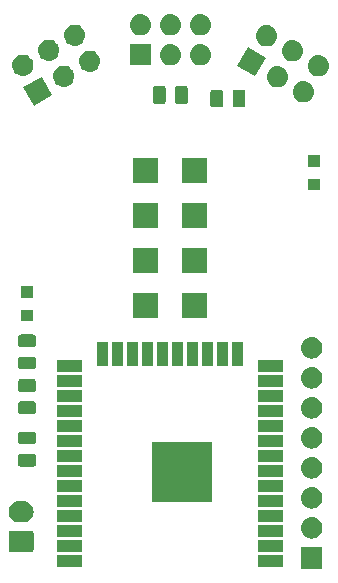
<source format=gbr>
G04 #@! TF.GenerationSoftware,KiCad,Pcbnew,(5.1.2)-2*
G04 #@! TF.CreationDate,2019-12-09T19:40:43+00:00*
G04 #@! TF.ProjectId,main_pcb,6d61696e-5f70-4636-922e-6b696361645f,rev?*
G04 #@! TF.SameCoordinates,Original*
G04 #@! TF.FileFunction,Soldermask,Top*
G04 #@! TF.FilePolarity,Negative*
%FSLAX46Y46*%
G04 Gerber Fmt 4.6, Leading zero omitted, Abs format (unit mm)*
G04 Created by KiCad (PCBNEW (5.1.2)-2) date 2019-12-09 19:40:43*
%MOMM*%
%LPD*%
G04 APERTURE LIST*
%ADD10C,0.100000*%
G04 APERTURE END LIST*
D10*
G36*
X146101000Y-118801000D02*
G01*
X144299000Y-118801000D01*
X144299000Y-116999000D01*
X146101000Y-116999000D01*
X146101000Y-118801000D01*
X146101000Y-118801000D01*
G37*
G36*
X142751000Y-118656000D02*
G01*
X140649000Y-118656000D01*
X140649000Y-117654000D01*
X142751000Y-117654000D01*
X142751000Y-118656000D01*
X142751000Y-118656000D01*
G37*
G36*
X125751000Y-118656000D02*
G01*
X123649000Y-118656000D01*
X123649000Y-117654000D01*
X125751000Y-117654000D01*
X125751000Y-118656000D01*
X125751000Y-118656000D01*
G37*
G36*
X121508600Y-115602989D02*
G01*
X121541652Y-115613015D01*
X121572103Y-115629292D01*
X121598799Y-115651201D01*
X121620708Y-115677897D01*
X121636985Y-115708348D01*
X121647011Y-115741400D01*
X121651000Y-115781903D01*
X121651000Y-117218097D01*
X121647011Y-117258600D01*
X121636985Y-117291652D01*
X121620708Y-117322103D01*
X121598799Y-117348799D01*
X121572103Y-117370708D01*
X121541652Y-117386985D01*
X121508600Y-117397011D01*
X121468097Y-117401000D01*
X119731903Y-117401000D01*
X119691400Y-117397011D01*
X119658348Y-117386985D01*
X119627897Y-117370708D01*
X119601201Y-117348799D01*
X119579292Y-117322103D01*
X119563015Y-117291652D01*
X119552989Y-117258600D01*
X119549000Y-117218097D01*
X119549000Y-115781903D01*
X119552989Y-115741400D01*
X119563015Y-115708348D01*
X119579292Y-115677897D01*
X119601201Y-115651201D01*
X119627897Y-115629292D01*
X119658348Y-115613015D01*
X119691400Y-115602989D01*
X119731903Y-115599000D01*
X121468097Y-115599000D01*
X121508600Y-115602989D01*
X121508600Y-115602989D01*
G37*
G36*
X125751000Y-117386000D02*
G01*
X123649000Y-117386000D01*
X123649000Y-116384000D01*
X125751000Y-116384000D01*
X125751000Y-117386000D01*
X125751000Y-117386000D01*
G37*
G36*
X142751000Y-117386000D02*
G01*
X140649000Y-117386000D01*
X140649000Y-116384000D01*
X142751000Y-116384000D01*
X142751000Y-117386000D01*
X142751000Y-117386000D01*
G37*
G36*
X145310443Y-114465519D02*
G01*
X145376627Y-114472037D01*
X145546466Y-114523557D01*
X145702991Y-114607222D01*
X145738729Y-114636552D01*
X145840186Y-114719814D01*
X145923448Y-114821271D01*
X145952778Y-114857009D01*
X146036443Y-115013534D01*
X146087963Y-115183373D01*
X146105359Y-115360000D01*
X146087963Y-115536627D01*
X146036443Y-115706466D01*
X145952778Y-115862991D01*
X145923448Y-115898729D01*
X145840186Y-116000186D01*
X145738729Y-116083448D01*
X145702991Y-116112778D01*
X145546466Y-116196443D01*
X145376627Y-116247963D01*
X145310443Y-116254481D01*
X145244260Y-116261000D01*
X145155740Y-116261000D01*
X145089557Y-116254481D01*
X145023373Y-116247963D01*
X144853534Y-116196443D01*
X144697009Y-116112778D01*
X144661271Y-116083448D01*
X144559814Y-116000186D01*
X144476552Y-115898729D01*
X144447222Y-115862991D01*
X144363557Y-115706466D01*
X144312037Y-115536627D01*
X144294641Y-115360000D01*
X144312037Y-115183373D01*
X144363557Y-115013534D01*
X144447222Y-114857009D01*
X144476552Y-114821271D01*
X144559814Y-114719814D01*
X144661271Y-114636552D01*
X144697009Y-114607222D01*
X144853534Y-114523557D01*
X145023373Y-114472037D01*
X145089557Y-114465519D01*
X145155740Y-114459000D01*
X145244260Y-114459000D01*
X145310443Y-114465519D01*
X145310443Y-114465519D01*
G37*
G36*
X142751000Y-116116000D02*
G01*
X140649000Y-116116000D01*
X140649000Y-115114000D01*
X142751000Y-115114000D01*
X142751000Y-116116000D01*
X142751000Y-116116000D01*
G37*
G36*
X125751000Y-116116000D02*
G01*
X123649000Y-116116000D01*
X123649000Y-115114000D01*
X125751000Y-115114000D01*
X125751000Y-116116000D01*
X125751000Y-116116000D01*
G37*
G36*
X120860443Y-113105519D02*
G01*
X120926627Y-113112037D01*
X121096466Y-113163557D01*
X121252991Y-113247222D01*
X121288729Y-113276552D01*
X121390186Y-113359814D01*
X121472557Y-113460185D01*
X121502778Y-113497009D01*
X121586443Y-113653534D01*
X121637963Y-113823373D01*
X121655359Y-114000000D01*
X121637963Y-114176627D01*
X121586443Y-114346466D01*
X121502778Y-114502991D01*
X121485900Y-114523557D01*
X121390186Y-114640186D01*
X121293156Y-114719815D01*
X121252991Y-114752778D01*
X121096466Y-114836443D01*
X120926627Y-114887963D01*
X120860443Y-114894481D01*
X120794260Y-114901000D01*
X120405740Y-114901000D01*
X120339557Y-114894481D01*
X120273373Y-114887963D01*
X120103534Y-114836443D01*
X119947009Y-114752778D01*
X119906844Y-114719815D01*
X119809814Y-114640186D01*
X119714100Y-114523557D01*
X119697222Y-114502991D01*
X119613557Y-114346466D01*
X119562037Y-114176627D01*
X119544641Y-114000000D01*
X119562037Y-113823373D01*
X119613557Y-113653534D01*
X119697222Y-113497009D01*
X119727443Y-113460185D01*
X119809814Y-113359814D01*
X119911271Y-113276552D01*
X119947009Y-113247222D01*
X120103534Y-113163557D01*
X120273373Y-113112037D01*
X120339557Y-113105519D01*
X120405740Y-113099000D01*
X120794260Y-113099000D01*
X120860443Y-113105519D01*
X120860443Y-113105519D01*
G37*
G36*
X125751000Y-114846000D02*
G01*
X123649000Y-114846000D01*
X123649000Y-113844000D01*
X125751000Y-113844000D01*
X125751000Y-114846000D01*
X125751000Y-114846000D01*
G37*
G36*
X142751000Y-114846000D02*
G01*
X140649000Y-114846000D01*
X140649000Y-113844000D01*
X142751000Y-113844000D01*
X142751000Y-114846000D01*
X142751000Y-114846000D01*
G37*
G36*
X145310443Y-111925519D02*
G01*
X145376627Y-111932037D01*
X145546466Y-111983557D01*
X145702991Y-112067222D01*
X145738729Y-112096552D01*
X145840186Y-112179814D01*
X145923448Y-112281271D01*
X145952778Y-112317009D01*
X146036443Y-112473534D01*
X146087963Y-112643373D01*
X146105359Y-112820000D01*
X146087963Y-112996627D01*
X146037325Y-113163557D01*
X146036442Y-113166468D01*
X145994611Y-113244728D01*
X145952778Y-113322991D01*
X145923448Y-113358729D01*
X145840186Y-113460186D01*
X145738729Y-113543448D01*
X145702991Y-113572778D01*
X145546466Y-113656443D01*
X145376627Y-113707963D01*
X145310443Y-113714481D01*
X145244260Y-113721000D01*
X145155740Y-113721000D01*
X145089557Y-113714481D01*
X145023373Y-113707963D01*
X144853534Y-113656443D01*
X144697009Y-113572778D01*
X144661271Y-113543448D01*
X144559814Y-113460186D01*
X144476552Y-113358729D01*
X144447222Y-113322991D01*
X144405389Y-113244728D01*
X144363558Y-113166468D01*
X144362675Y-113163557D01*
X144312037Y-112996627D01*
X144294641Y-112820000D01*
X144312037Y-112643373D01*
X144363557Y-112473534D01*
X144447222Y-112317009D01*
X144476552Y-112281271D01*
X144559814Y-112179814D01*
X144661271Y-112096552D01*
X144697009Y-112067222D01*
X144853534Y-111983557D01*
X145023373Y-111932037D01*
X145089557Y-111925519D01*
X145155740Y-111919000D01*
X145244260Y-111919000D01*
X145310443Y-111925519D01*
X145310443Y-111925519D01*
G37*
G36*
X142751000Y-113576000D02*
G01*
X140649000Y-113576000D01*
X140649000Y-112574000D01*
X142751000Y-112574000D01*
X142751000Y-113576000D01*
X142751000Y-113576000D01*
G37*
G36*
X125751000Y-113576000D02*
G01*
X123649000Y-113576000D01*
X123649000Y-112574000D01*
X125751000Y-112574000D01*
X125751000Y-113576000D01*
X125751000Y-113576000D01*
G37*
G36*
X136751000Y-113206000D02*
G01*
X131649000Y-113206000D01*
X131649000Y-108104000D01*
X136751000Y-108104000D01*
X136751000Y-113206000D01*
X136751000Y-113206000D01*
G37*
G36*
X125751000Y-112306000D02*
G01*
X123649000Y-112306000D01*
X123649000Y-111304000D01*
X125751000Y-111304000D01*
X125751000Y-112306000D01*
X125751000Y-112306000D01*
G37*
G36*
X142751000Y-112306000D02*
G01*
X140649000Y-112306000D01*
X140649000Y-111304000D01*
X142751000Y-111304000D01*
X142751000Y-112306000D01*
X142751000Y-112306000D01*
G37*
G36*
X145310442Y-109385518D02*
G01*
X145376627Y-109392037D01*
X145546466Y-109443557D01*
X145702991Y-109527222D01*
X145738729Y-109556552D01*
X145840186Y-109639814D01*
X145923448Y-109741271D01*
X145952778Y-109777009D01*
X146036443Y-109933534D01*
X146087963Y-110103373D01*
X146105359Y-110280000D01*
X146087963Y-110456627D01*
X146036443Y-110626466D01*
X145952778Y-110782991D01*
X145923448Y-110818729D01*
X145840186Y-110920186D01*
X145738729Y-111003448D01*
X145702991Y-111032778D01*
X145546466Y-111116443D01*
X145376627Y-111167963D01*
X145310442Y-111174482D01*
X145244260Y-111181000D01*
X145155740Y-111181000D01*
X145089558Y-111174482D01*
X145023373Y-111167963D01*
X144853534Y-111116443D01*
X144697009Y-111032778D01*
X144661271Y-111003448D01*
X144559814Y-110920186D01*
X144476552Y-110818729D01*
X144447222Y-110782991D01*
X144363557Y-110626466D01*
X144312037Y-110456627D01*
X144294641Y-110280000D01*
X144312037Y-110103373D01*
X144363557Y-109933534D01*
X144447222Y-109777009D01*
X144476552Y-109741271D01*
X144559814Y-109639814D01*
X144661271Y-109556552D01*
X144697009Y-109527222D01*
X144853534Y-109443557D01*
X145023373Y-109392037D01*
X145089558Y-109385518D01*
X145155740Y-109379000D01*
X145244260Y-109379000D01*
X145310442Y-109385518D01*
X145310442Y-109385518D01*
G37*
G36*
X125751000Y-111036000D02*
G01*
X123649000Y-111036000D01*
X123649000Y-110034000D01*
X125751000Y-110034000D01*
X125751000Y-111036000D01*
X125751000Y-111036000D01*
G37*
G36*
X142751000Y-111036000D02*
G01*
X140649000Y-111036000D01*
X140649000Y-110034000D01*
X142751000Y-110034000D01*
X142751000Y-111036000D01*
X142751000Y-111036000D01*
G37*
G36*
X121684468Y-109103565D02*
G01*
X121723138Y-109115296D01*
X121758777Y-109134346D01*
X121790017Y-109159983D01*
X121815654Y-109191223D01*
X121834704Y-109226862D01*
X121846435Y-109265532D01*
X121851000Y-109311888D01*
X121851000Y-109963112D01*
X121846435Y-110009468D01*
X121834704Y-110048138D01*
X121815654Y-110083777D01*
X121790017Y-110115017D01*
X121758777Y-110140654D01*
X121723138Y-110159704D01*
X121684468Y-110171435D01*
X121638112Y-110176000D01*
X120561888Y-110176000D01*
X120515532Y-110171435D01*
X120476862Y-110159704D01*
X120441223Y-110140654D01*
X120409983Y-110115017D01*
X120384346Y-110083777D01*
X120365296Y-110048138D01*
X120353565Y-110009468D01*
X120349000Y-109963112D01*
X120349000Y-109311888D01*
X120353565Y-109265532D01*
X120365296Y-109226862D01*
X120384346Y-109191223D01*
X120409983Y-109159983D01*
X120441223Y-109134346D01*
X120476862Y-109115296D01*
X120515532Y-109103565D01*
X120561888Y-109099000D01*
X121638112Y-109099000D01*
X121684468Y-109103565D01*
X121684468Y-109103565D01*
G37*
G36*
X142751000Y-109766000D02*
G01*
X140649000Y-109766000D01*
X140649000Y-108764000D01*
X142751000Y-108764000D01*
X142751000Y-109766000D01*
X142751000Y-109766000D01*
G37*
G36*
X125751000Y-109766000D02*
G01*
X123649000Y-109766000D01*
X123649000Y-108764000D01*
X125751000Y-108764000D01*
X125751000Y-109766000D01*
X125751000Y-109766000D01*
G37*
G36*
X145310442Y-106845518D02*
G01*
X145376627Y-106852037D01*
X145546466Y-106903557D01*
X145702991Y-106987222D01*
X145738729Y-107016552D01*
X145840186Y-107099814D01*
X145923448Y-107201271D01*
X145952778Y-107237009D01*
X146036443Y-107393534D01*
X146087963Y-107563373D01*
X146105359Y-107740000D01*
X146087963Y-107916627D01*
X146036443Y-108086466D01*
X145952778Y-108242991D01*
X145942411Y-108255623D01*
X145840186Y-108380186D01*
X145738729Y-108463448D01*
X145702991Y-108492778D01*
X145546466Y-108576443D01*
X145376627Y-108627963D01*
X145310443Y-108634481D01*
X145244260Y-108641000D01*
X145155740Y-108641000D01*
X145089557Y-108634481D01*
X145023373Y-108627963D01*
X144853534Y-108576443D01*
X144697009Y-108492778D01*
X144661271Y-108463448D01*
X144559814Y-108380186D01*
X144457589Y-108255623D01*
X144447222Y-108242991D01*
X144363557Y-108086466D01*
X144312037Y-107916627D01*
X144294641Y-107740000D01*
X144312037Y-107563373D01*
X144363557Y-107393534D01*
X144447222Y-107237009D01*
X144476552Y-107201271D01*
X144559814Y-107099814D01*
X144661271Y-107016552D01*
X144697009Y-106987222D01*
X144853534Y-106903557D01*
X145023373Y-106852037D01*
X145089558Y-106845518D01*
X145155740Y-106839000D01*
X145244260Y-106839000D01*
X145310442Y-106845518D01*
X145310442Y-106845518D01*
G37*
G36*
X125751000Y-108496000D02*
G01*
X123649000Y-108496000D01*
X123649000Y-107494000D01*
X125751000Y-107494000D01*
X125751000Y-108496000D01*
X125751000Y-108496000D01*
G37*
G36*
X142751000Y-108496000D02*
G01*
X140649000Y-108496000D01*
X140649000Y-107494000D01*
X142751000Y-107494000D01*
X142751000Y-108496000D01*
X142751000Y-108496000D01*
G37*
G36*
X121684468Y-107228565D02*
G01*
X121723138Y-107240296D01*
X121758777Y-107259346D01*
X121790017Y-107284983D01*
X121815654Y-107316223D01*
X121834704Y-107351862D01*
X121846435Y-107390532D01*
X121851000Y-107436888D01*
X121851000Y-108088112D01*
X121846435Y-108134468D01*
X121834704Y-108173138D01*
X121815654Y-108208777D01*
X121790017Y-108240017D01*
X121758777Y-108265654D01*
X121723138Y-108284704D01*
X121684468Y-108296435D01*
X121638112Y-108301000D01*
X120561888Y-108301000D01*
X120515532Y-108296435D01*
X120476862Y-108284704D01*
X120441223Y-108265654D01*
X120409983Y-108240017D01*
X120384346Y-108208777D01*
X120365296Y-108173138D01*
X120353565Y-108134468D01*
X120349000Y-108088112D01*
X120349000Y-107436888D01*
X120353565Y-107390532D01*
X120365296Y-107351862D01*
X120384346Y-107316223D01*
X120409983Y-107284983D01*
X120441223Y-107259346D01*
X120476862Y-107240296D01*
X120515532Y-107228565D01*
X120561888Y-107224000D01*
X121638112Y-107224000D01*
X121684468Y-107228565D01*
X121684468Y-107228565D01*
G37*
G36*
X142751000Y-107226000D02*
G01*
X140649000Y-107226000D01*
X140649000Y-106224000D01*
X142751000Y-106224000D01*
X142751000Y-107226000D01*
X142751000Y-107226000D01*
G37*
G36*
X125751000Y-107226000D02*
G01*
X123649000Y-107226000D01*
X123649000Y-106224000D01*
X125751000Y-106224000D01*
X125751000Y-107226000D01*
X125751000Y-107226000D01*
G37*
G36*
X145310442Y-104305518D02*
G01*
X145376627Y-104312037D01*
X145546466Y-104363557D01*
X145702991Y-104447222D01*
X145738729Y-104476552D01*
X145840186Y-104559814D01*
X145916493Y-104652796D01*
X145952778Y-104697009D01*
X146036443Y-104853534D01*
X146087963Y-105023373D01*
X146105359Y-105200000D01*
X146087963Y-105376627D01*
X146036443Y-105546466D01*
X146036442Y-105546468D01*
X145996455Y-105621277D01*
X145952778Y-105702991D01*
X145944153Y-105713500D01*
X145840186Y-105840186D01*
X145738729Y-105923448D01*
X145702991Y-105952778D01*
X145546466Y-106036443D01*
X145376627Y-106087963D01*
X145310443Y-106094481D01*
X145244260Y-106101000D01*
X145155740Y-106101000D01*
X145089557Y-106094481D01*
X145023373Y-106087963D01*
X144853534Y-106036443D01*
X144697009Y-105952778D01*
X144661271Y-105923448D01*
X144559814Y-105840186D01*
X144455847Y-105713500D01*
X144447222Y-105702991D01*
X144403545Y-105621277D01*
X144363558Y-105546468D01*
X144363557Y-105546466D01*
X144312037Y-105376627D01*
X144294641Y-105200000D01*
X144312037Y-105023373D01*
X144363557Y-104853534D01*
X144447222Y-104697009D01*
X144483507Y-104652796D01*
X144559814Y-104559814D01*
X144661271Y-104476552D01*
X144697009Y-104447222D01*
X144853534Y-104363557D01*
X145023373Y-104312037D01*
X145089558Y-104305518D01*
X145155740Y-104299000D01*
X145244260Y-104299000D01*
X145310442Y-104305518D01*
X145310442Y-104305518D01*
G37*
G36*
X142751000Y-105956000D02*
G01*
X140649000Y-105956000D01*
X140649000Y-104954000D01*
X142751000Y-104954000D01*
X142751000Y-105956000D01*
X142751000Y-105956000D01*
G37*
G36*
X125751000Y-105956000D02*
G01*
X123649000Y-105956000D01*
X123649000Y-104954000D01*
X125751000Y-104954000D01*
X125751000Y-105956000D01*
X125751000Y-105956000D01*
G37*
G36*
X121684468Y-104641065D02*
G01*
X121723138Y-104652796D01*
X121758777Y-104671846D01*
X121790017Y-104697483D01*
X121815654Y-104728723D01*
X121834704Y-104764362D01*
X121846435Y-104803032D01*
X121851000Y-104849388D01*
X121851000Y-105500612D01*
X121846435Y-105546968D01*
X121834704Y-105585638D01*
X121815654Y-105621277D01*
X121790017Y-105652517D01*
X121758777Y-105678154D01*
X121723138Y-105697204D01*
X121684468Y-105708935D01*
X121638112Y-105713500D01*
X120561888Y-105713500D01*
X120515532Y-105708935D01*
X120476862Y-105697204D01*
X120441223Y-105678154D01*
X120409983Y-105652517D01*
X120384346Y-105621277D01*
X120365296Y-105585638D01*
X120353565Y-105546968D01*
X120349000Y-105500612D01*
X120349000Y-104849388D01*
X120353565Y-104803032D01*
X120365296Y-104764362D01*
X120384346Y-104728723D01*
X120409983Y-104697483D01*
X120441223Y-104671846D01*
X120476862Y-104652796D01*
X120515532Y-104641065D01*
X120561888Y-104636500D01*
X121638112Y-104636500D01*
X121684468Y-104641065D01*
X121684468Y-104641065D01*
G37*
G36*
X142751000Y-104686000D02*
G01*
X140649000Y-104686000D01*
X140649000Y-103684000D01*
X142751000Y-103684000D01*
X142751000Y-104686000D01*
X142751000Y-104686000D01*
G37*
G36*
X125751000Y-104686000D02*
G01*
X123649000Y-104686000D01*
X123649000Y-103684000D01*
X125751000Y-103684000D01*
X125751000Y-104686000D01*
X125751000Y-104686000D01*
G37*
G36*
X121684468Y-102766065D02*
G01*
X121723138Y-102777796D01*
X121758777Y-102796846D01*
X121790017Y-102822483D01*
X121815654Y-102853723D01*
X121834704Y-102889362D01*
X121846435Y-102928032D01*
X121851000Y-102974388D01*
X121851000Y-103625612D01*
X121846435Y-103671968D01*
X121834704Y-103710638D01*
X121815654Y-103746277D01*
X121790017Y-103777517D01*
X121758777Y-103803154D01*
X121723138Y-103822204D01*
X121684468Y-103833935D01*
X121638112Y-103838500D01*
X120561888Y-103838500D01*
X120515532Y-103833935D01*
X120476862Y-103822204D01*
X120441223Y-103803154D01*
X120409983Y-103777517D01*
X120384346Y-103746277D01*
X120365296Y-103710638D01*
X120353565Y-103671968D01*
X120349000Y-103625612D01*
X120349000Y-102974388D01*
X120353565Y-102928032D01*
X120365296Y-102889362D01*
X120384346Y-102853723D01*
X120409983Y-102822483D01*
X120441223Y-102796846D01*
X120476862Y-102777796D01*
X120515532Y-102766065D01*
X120561888Y-102761500D01*
X121638112Y-102761500D01*
X121684468Y-102766065D01*
X121684468Y-102766065D01*
G37*
G36*
X145310442Y-101765518D02*
G01*
X145376627Y-101772037D01*
X145546466Y-101823557D01*
X145702991Y-101907222D01*
X145716130Y-101918005D01*
X145840186Y-102019814D01*
X145923448Y-102121271D01*
X145952778Y-102157009D01*
X146036443Y-102313534D01*
X146087963Y-102483373D01*
X146105359Y-102660000D01*
X146087963Y-102836627D01*
X146036443Y-103006466D01*
X145952778Y-103162991D01*
X145923448Y-103198729D01*
X145840186Y-103300186D01*
X145738729Y-103383448D01*
X145702991Y-103412778D01*
X145546466Y-103496443D01*
X145376627Y-103547963D01*
X145310442Y-103554482D01*
X145244260Y-103561000D01*
X145155740Y-103561000D01*
X145089558Y-103554482D01*
X145023373Y-103547963D01*
X144853534Y-103496443D01*
X144697009Y-103412778D01*
X144661271Y-103383448D01*
X144559814Y-103300186D01*
X144476552Y-103198729D01*
X144447222Y-103162991D01*
X144363557Y-103006466D01*
X144312037Y-102836627D01*
X144294641Y-102660000D01*
X144312037Y-102483373D01*
X144363557Y-102313534D01*
X144447222Y-102157009D01*
X144476552Y-102121271D01*
X144559814Y-102019814D01*
X144683870Y-101918005D01*
X144697009Y-101907222D01*
X144853534Y-101823557D01*
X145023373Y-101772037D01*
X145089558Y-101765518D01*
X145155740Y-101759000D01*
X145244260Y-101759000D01*
X145310442Y-101765518D01*
X145310442Y-101765518D01*
G37*
G36*
X125751000Y-103416000D02*
G01*
X123649000Y-103416000D01*
X123649000Y-102414000D01*
X125751000Y-102414000D01*
X125751000Y-103416000D01*
X125751000Y-103416000D01*
G37*
G36*
X142751000Y-103416000D02*
G01*
X140649000Y-103416000D01*
X140649000Y-102414000D01*
X142751000Y-102414000D01*
X142751000Y-103416000D01*
X142751000Y-103416000D01*
G37*
G36*
X125751000Y-102146000D02*
G01*
X123649000Y-102146000D01*
X123649000Y-101144000D01*
X125751000Y-101144000D01*
X125751000Y-102146000D01*
X125751000Y-102146000D01*
G37*
G36*
X142751000Y-102146000D02*
G01*
X140649000Y-102146000D01*
X140649000Y-101144000D01*
X142751000Y-101144000D01*
X142751000Y-102146000D01*
X142751000Y-102146000D01*
G37*
G36*
X121684468Y-100866065D02*
G01*
X121723138Y-100877796D01*
X121758777Y-100896846D01*
X121790017Y-100922483D01*
X121815654Y-100953723D01*
X121834704Y-100989362D01*
X121846435Y-101028032D01*
X121851000Y-101074388D01*
X121851000Y-101725612D01*
X121846435Y-101771968D01*
X121834704Y-101810638D01*
X121815654Y-101846277D01*
X121790017Y-101877517D01*
X121758777Y-101903154D01*
X121723138Y-101922204D01*
X121684468Y-101933935D01*
X121638112Y-101938500D01*
X120561888Y-101938500D01*
X120515532Y-101933935D01*
X120476862Y-101922204D01*
X120441223Y-101903154D01*
X120409983Y-101877517D01*
X120384346Y-101846277D01*
X120365296Y-101810638D01*
X120353565Y-101771968D01*
X120349000Y-101725612D01*
X120349000Y-101074388D01*
X120353565Y-101028032D01*
X120365296Y-100989362D01*
X120384346Y-100953723D01*
X120409983Y-100922483D01*
X120441223Y-100896846D01*
X120476862Y-100877796D01*
X120515532Y-100866065D01*
X120561888Y-100861500D01*
X121638112Y-100861500D01*
X121684468Y-100866065D01*
X121684468Y-100866065D01*
G37*
G36*
X138146000Y-101696000D02*
G01*
X137144000Y-101696000D01*
X137144000Y-99594000D01*
X138146000Y-99594000D01*
X138146000Y-101696000D01*
X138146000Y-101696000D01*
G37*
G36*
X127986000Y-101696000D02*
G01*
X126984000Y-101696000D01*
X126984000Y-99594000D01*
X127986000Y-99594000D01*
X127986000Y-101696000D01*
X127986000Y-101696000D01*
G37*
G36*
X136876000Y-101696000D02*
G01*
X135874000Y-101696000D01*
X135874000Y-99594000D01*
X136876000Y-99594000D01*
X136876000Y-101696000D01*
X136876000Y-101696000D01*
G37*
G36*
X139416000Y-101696000D02*
G01*
X138414000Y-101696000D01*
X138414000Y-99594000D01*
X139416000Y-99594000D01*
X139416000Y-101696000D01*
X139416000Y-101696000D01*
G37*
G36*
X129256000Y-101696000D02*
G01*
X128254000Y-101696000D01*
X128254000Y-99594000D01*
X129256000Y-99594000D01*
X129256000Y-101696000D01*
X129256000Y-101696000D01*
G37*
G36*
X133066000Y-101696000D02*
G01*
X132064000Y-101696000D01*
X132064000Y-99594000D01*
X133066000Y-99594000D01*
X133066000Y-101696000D01*
X133066000Y-101696000D01*
G37*
G36*
X130526000Y-101696000D02*
G01*
X129524000Y-101696000D01*
X129524000Y-99594000D01*
X130526000Y-99594000D01*
X130526000Y-101696000D01*
X130526000Y-101696000D01*
G37*
G36*
X131796000Y-101696000D02*
G01*
X130794000Y-101696000D01*
X130794000Y-99594000D01*
X131796000Y-99594000D01*
X131796000Y-101696000D01*
X131796000Y-101696000D01*
G37*
G36*
X134336000Y-101696000D02*
G01*
X133334000Y-101696000D01*
X133334000Y-99594000D01*
X134336000Y-99594000D01*
X134336000Y-101696000D01*
X134336000Y-101696000D01*
G37*
G36*
X135606000Y-101696000D02*
G01*
X134604000Y-101696000D01*
X134604000Y-99594000D01*
X135606000Y-99594000D01*
X135606000Y-101696000D01*
X135606000Y-101696000D01*
G37*
G36*
X145310442Y-99225518D02*
G01*
X145376627Y-99232037D01*
X145546466Y-99283557D01*
X145702991Y-99367222D01*
X145738729Y-99396552D01*
X145840186Y-99479814D01*
X145923448Y-99581271D01*
X145952778Y-99617009D01*
X146036443Y-99773534D01*
X146087963Y-99943373D01*
X146105359Y-100120000D01*
X146087963Y-100296627D01*
X146036443Y-100466466D01*
X145952778Y-100622991D01*
X145923448Y-100658729D01*
X145840186Y-100760186D01*
X145738729Y-100843448D01*
X145702991Y-100872778D01*
X145546466Y-100956443D01*
X145376627Y-101007963D01*
X145310443Y-101014481D01*
X145244260Y-101021000D01*
X145155740Y-101021000D01*
X145089557Y-101014481D01*
X145023373Y-101007963D01*
X144853534Y-100956443D01*
X144697009Y-100872778D01*
X144661271Y-100843448D01*
X144559814Y-100760186D01*
X144476552Y-100658729D01*
X144447222Y-100622991D01*
X144363557Y-100466466D01*
X144312037Y-100296627D01*
X144294641Y-100120000D01*
X144312037Y-99943373D01*
X144363557Y-99773534D01*
X144447222Y-99617009D01*
X144476552Y-99581271D01*
X144559814Y-99479814D01*
X144661271Y-99396552D01*
X144697009Y-99367222D01*
X144853534Y-99283557D01*
X145023373Y-99232037D01*
X145089558Y-99225518D01*
X145155740Y-99219000D01*
X145244260Y-99219000D01*
X145310442Y-99225518D01*
X145310442Y-99225518D01*
G37*
G36*
X121684468Y-98991065D02*
G01*
X121723138Y-99002796D01*
X121758777Y-99021846D01*
X121790017Y-99047483D01*
X121815654Y-99078723D01*
X121834704Y-99114362D01*
X121846435Y-99153032D01*
X121851000Y-99199388D01*
X121851000Y-99850612D01*
X121846435Y-99896968D01*
X121834704Y-99935638D01*
X121815654Y-99971277D01*
X121790017Y-100002517D01*
X121758777Y-100028154D01*
X121723138Y-100047204D01*
X121684468Y-100058935D01*
X121638112Y-100063500D01*
X120561888Y-100063500D01*
X120515532Y-100058935D01*
X120476862Y-100047204D01*
X120441223Y-100028154D01*
X120409983Y-100002517D01*
X120384346Y-99971277D01*
X120365296Y-99935638D01*
X120353565Y-99896968D01*
X120349000Y-99850612D01*
X120349000Y-99199388D01*
X120353565Y-99153032D01*
X120365296Y-99114362D01*
X120384346Y-99078723D01*
X120409983Y-99047483D01*
X120441223Y-99021846D01*
X120476862Y-99002796D01*
X120515532Y-98991065D01*
X120561888Y-98986500D01*
X121638112Y-98986500D01*
X121684468Y-98991065D01*
X121684468Y-98991065D01*
G37*
G36*
X121576000Y-97876000D02*
G01*
X120624000Y-97876000D01*
X120624000Y-96924000D01*
X121576000Y-96924000D01*
X121576000Y-97876000D01*
X121576000Y-97876000D01*
G37*
G36*
X136351000Y-97571000D02*
G01*
X134249000Y-97571000D01*
X134249000Y-95469000D01*
X136351000Y-95469000D01*
X136351000Y-97571000D01*
X136351000Y-97571000D01*
G37*
G36*
X132151000Y-97566000D02*
G01*
X130049000Y-97566000D01*
X130049000Y-95464000D01*
X132151000Y-95464000D01*
X132151000Y-97566000D01*
X132151000Y-97566000D01*
G37*
G36*
X121576000Y-95876000D02*
G01*
X120624000Y-95876000D01*
X120624000Y-94924000D01*
X121576000Y-94924000D01*
X121576000Y-95876000D01*
X121576000Y-95876000D01*
G37*
G36*
X136351000Y-93761000D02*
G01*
X134249000Y-93761000D01*
X134249000Y-91659000D01*
X136351000Y-91659000D01*
X136351000Y-93761000D01*
X136351000Y-93761000D01*
G37*
G36*
X132151000Y-93756000D02*
G01*
X130049000Y-93756000D01*
X130049000Y-91654000D01*
X132151000Y-91654000D01*
X132151000Y-93756000D01*
X132151000Y-93756000D01*
G37*
G36*
X136351000Y-89951000D02*
G01*
X134249000Y-89951000D01*
X134249000Y-87849000D01*
X136351000Y-87849000D01*
X136351000Y-89951000D01*
X136351000Y-89951000D01*
G37*
G36*
X132151000Y-89946000D02*
G01*
X130049000Y-89946000D01*
X130049000Y-87844000D01*
X132151000Y-87844000D01*
X132151000Y-89946000D01*
X132151000Y-89946000D01*
G37*
G36*
X145876000Y-86776000D02*
G01*
X144924000Y-86776000D01*
X144924000Y-85824000D01*
X145876000Y-85824000D01*
X145876000Y-86776000D01*
X145876000Y-86776000D01*
G37*
G36*
X136351000Y-86141000D02*
G01*
X134249000Y-86141000D01*
X134249000Y-84039000D01*
X136351000Y-84039000D01*
X136351000Y-86141000D01*
X136351000Y-86141000D01*
G37*
G36*
X132151000Y-86136000D02*
G01*
X130049000Y-86136000D01*
X130049000Y-84034000D01*
X132151000Y-84034000D01*
X132151000Y-86136000D01*
X132151000Y-86136000D01*
G37*
G36*
X145876000Y-84776000D02*
G01*
X144924000Y-84776000D01*
X144924000Y-83824000D01*
X145876000Y-83824000D01*
X145876000Y-84776000D01*
X145876000Y-84776000D01*
G37*
G36*
X137534468Y-78253565D02*
G01*
X137573138Y-78265296D01*
X137608777Y-78284346D01*
X137640017Y-78309983D01*
X137665654Y-78341223D01*
X137684704Y-78376862D01*
X137696435Y-78415532D01*
X137701000Y-78461888D01*
X137701000Y-79538112D01*
X137696435Y-79584468D01*
X137684704Y-79623138D01*
X137665654Y-79658777D01*
X137640017Y-79690017D01*
X137608777Y-79715654D01*
X137573138Y-79734704D01*
X137534468Y-79746435D01*
X137488112Y-79751000D01*
X136836888Y-79751000D01*
X136790532Y-79746435D01*
X136751862Y-79734704D01*
X136716223Y-79715654D01*
X136684983Y-79690017D01*
X136659346Y-79658777D01*
X136640296Y-79623138D01*
X136628565Y-79584468D01*
X136624000Y-79538112D01*
X136624000Y-78461888D01*
X136628565Y-78415532D01*
X136640296Y-78376862D01*
X136659346Y-78341223D01*
X136684983Y-78309983D01*
X136716223Y-78284346D01*
X136751862Y-78265296D01*
X136790532Y-78253565D01*
X136836888Y-78249000D01*
X137488112Y-78249000D01*
X137534468Y-78253565D01*
X137534468Y-78253565D01*
G37*
G36*
X139409468Y-78253565D02*
G01*
X139448138Y-78265296D01*
X139483777Y-78284346D01*
X139515017Y-78309983D01*
X139540654Y-78341223D01*
X139559704Y-78376862D01*
X139571435Y-78415532D01*
X139576000Y-78461888D01*
X139576000Y-79538112D01*
X139571435Y-79584468D01*
X139559704Y-79623138D01*
X139540654Y-79658777D01*
X139515017Y-79690017D01*
X139483777Y-79715654D01*
X139448138Y-79734704D01*
X139409468Y-79746435D01*
X139363112Y-79751000D01*
X138711888Y-79751000D01*
X138665532Y-79746435D01*
X138626862Y-79734704D01*
X138591223Y-79715654D01*
X138559983Y-79690017D01*
X138534346Y-79658777D01*
X138515296Y-79623138D01*
X138503565Y-79584468D01*
X138499000Y-79538112D01*
X138499000Y-78461888D01*
X138503565Y-78415532D01*
X138515296Y-78376862D01*
X138534346Y-78341223D01*
X138559983Y-78309983D01*
X138591223Y-78284346D01*
X138626862Y-78265296D01*
X138665532Y-78253565D01*
X138711888Y-78249000D01*
X139363112Y-78249000D01*
X139409468Y-78253565D01*
X139409468Y-78253565D01*
G37*
G36*
X123230790Y-78729789D02*
G01*
X121670211Y-79630790D01*
X120769210Y-78070211D01*
X122329789Y-77169210D01*
X123230790Y-78729789D01*
X123230790Y-78729789D01*
G37*
G36*
X132671968Y-77953565D02*
G01*
X132710638Y-77965296D01*
X132746277Y-77984346D01*
X132777517Y-78009983D01*
X132803154Y-78041223D01*
X132822204Y-78076862D01*
X132833935Y-78115532D01*
X132838500Y-78161888D01*
X132838500Y-79238112D01*
X132833935Y-79284468D01*
X132822204Y-79323138D01*
X132803154Y-79358777D01*
X132777517Y-79390017D01*
X132746277Y-79415654D01*
X132710638Y-79434704D01*
X132671968Y-79446435D01*
X132625612Y-79451000D01*
X131974388Y-79451000D01*
X131928032Y-79446435D01*
X131889362Y-79434704D01*
X131853723Y-79415654D01*
X131822483Y-79390017D01*
X131796846Y-79358777D01*
X131777796Y-79323138D01*
X131766065Y-79284468D01*
X131761500Y-79238112D01*
X131761500Y-78161888D01*
X131766065Y-78115532D01*
X131777796Y-78076862D01*
X131796846Y-78041223D01*
X131822483Y-78009983D01*
X131853723Y-77984346D01*
X131889362Y-77965296D01*
X131928032Y-77953565D01*
X131974388Y-77949000D01*
X132625612Y-77949000D01*
X132671968Y-77953565D01*
X132671968Y-77953565D01*
G37*
G36*
X134546968Y-77953565D02*
G01*
X134585638Y-77965296D01*
X134621277Y-77984346D01*
X134652517Y-78009983D01*
X134678154Y-78041223D01*
X134697204Y-78076862D01*
X134708935Y-78115532D01*
X134713500Y-78161888D01*
X134713500Y-79238112D01*
X134708935Y-79284468D01*
X134697204Y-79323138D01*
X134678154Y-79358777D01*
X134652517Y-79390017D01*
X134621277Y-79415654D01*
X134585638Y-79434704D01*
X134546968Y-79446435D01*
X134500612Y-79451000D01*
X133849388Y-79451000D01*
X133803032Y-79446435D01*
X133764362Y-79434704D01*
X133728723Y-79415654D01*
X133697483Y-79390017D01*
X133671846Y-79358777D01*
X133652796Y-79323138D01*
X133641065Y-79284468D01*
X133636500Y-79238112D01*
X133636500Y-78161888D01*
X133641065Y-78115532D01*
X133652796Y-78076862D01*
X133671846Y-78041223D01*
X133697483Y-78009983D01*
X133728723Y-77984346D01*
X133764362Y-77965296D01*
X133803032Y-77953565D01*
X133849388Y-77949000D01*
X134500612Y-77949000D01*
X134546968Y-77953565D01*
X134546968Y-77953565D01*
G37*
G36*
X144609851Y-77545518D02*
G01*
X144676036Y-77552037D01*
X144845875Y-77603557D01*
X145002400Y-77687222D01*
X145038138Y-77716552D01*
X145139595Y-77799814D01*
X145222857Y-77901271D01*
X145252187Y-77937009D01*
X145335852Y-78093534D01*
X145387372Y-78263373D01*
X145404768Y-78440000D01*
X145387372Y-78616627D01*
X145335852Y-78786466D01*
X145252187Y-78942991D01*
X145222857Y-78978729D01*
X145139595Y-79080186D01*
X145038138Y-79163448D01*
X145002400Y-79192778D01*
X144845875Y-79276443D01*
X144676036Y-79327963D01*
X144609851Y-79334482D01*
X144543669Y-79341000D01*
X144455149Y-79341000D01*
X144388967Y-79334482D01*
X144322782Y-79327963D01*
X144152943Y-79276443D01*
X143996418Y-79192778D01*
X143960680Y-79163448D01*
X143859223Y-79080186D01*
X143775961Y-78978729D01*
X143746631Y-78942991D01*
X143662966Y-78786466D01*
X143611446Y-78616627D01*
X143594050Y-78440000D01*
X143611446Y-78263373D01*
X143662966Y-78093534D01*
X143746631Y-77937009D01*
X143775961Y-77901271D01*
X143859223Y-77799814D01*
X143960680Y-77716552D01*
X143996418Y-77687222D01*
X144152943Y-77603557D01*
X144322782Y-77552037D01*
X144388967Y-77545518D01*
X144455149Y-77539000D01*
X144543669Y-77539000D01*
X144609851Y-77545518D01*
X144609851Y-77545518D01*
G37*
G36*
X142410147Y-76275518D02*
G01*
X142476332Y-76282037D01*
X142646171Y-76333557D01*
X142802696Y-76417222D01*
X142838434Y-76446552D01*
X142939891Y-76529814D01*
X143019656Y-76627009D01*
X143052483Y-76667009D01*
X143136148Y-76823534D01*
X143187668Y-76993373D01*
X143205064Y-77170000D01*
X143187668Y-77346627D01*
X143136148Y-77516466D01*
X143052483Y-77672991D01*
X143023153Y-77708729D01*
X142939891Y-77810186D01*
X142851436Y-77882778D01*
X142802696Y-77922778D01*
X142646171Y-78006443D01*
X142476332Y-78057963D01*
X142410147Y-78064482D01*
X142343965Y-78071000D01*
X142255445Y-78071000D01*
X142189263Y-78064482D01*
X142123078Y-78057963D01*
X141953239Y-78006443D01*
X141796714Y-77922778D01*
X141747974Y-77882778D01*
X141659519Y-77810186D01*
X141576257Y-77708729D01*
X141546927Y-77672991D01*
X141463262Y-77516466D01*
X141411742Y-77346627D01*
X141394346Y-77170000D01*
X141411742Y-76993373D01*
X141463262Y-76823534D01*
X141546927Y-76667009D01*
X141579754Y-76627009D01*
X141659519Y-76529814D01*
X141760976Y-76446552D01*
X141796714Y-76417222D01*
X141953239Y-76333557D01*
X142123078Y-76282037D01*
X142189263Y-76275518D01*
X142255445Y-76269000D01*
X142343965Y-76269000D01*
X142410147Y-76275518D01*
X142410147Y-76275518D01*
G37*
G36*
X124310148Y-76235519D02*
G01*
X124376332Y-76242037D01*
X124546171Y-76293557D01*
X124702696Y-76377222D01*
X124738434Y-76406552D01*
X124839891Y-76489814D01*
X124919452Y-76586761D01*
X124952483Y-76627009D01*
X125036148Y-76783534D01*
X125087668Y-76953373D01*
X125105064Y-77130000D01*
X125087668Y-77306627D01*
X125036148Y-77476466D01*
X124952483Y-77632991D01*
X124923153Y-77668729D01*
X124839891Y-77770186D01*
X124738434Y-77853448D01*
X124702696Y-77882778D01*
X124546171Y-77966443D01*
X124376332Y-78017963D01*
X124310147Y-78024482D01*
X124243965Y-78031000D01*
X124155445Y-78031000D01*
X124089263Y-78024482D01*
X124023078Y-78017963D01*
X123853239Y-77966443D01*
X123696714Y-77882778D01*
X123660976Y-77853448D01*
X123559519Y-77770186D01*
X123476257Y-77668729D01*
X123446927Y-77632991D01*
X123363262Y-77476466D01*
X123311742Y-77306627D01*
X123294346Y-77130000D01*
X123311742Y-76953373D01*
X123363262Y-76783534D01*
X123446927Y-76627009D01*
X123479958Y-76586761D01*
X123559519Y-76489814D01*
X123660976Y-76406552D01*
X123696714Y-76377222D01*
X123853239Y-76293557D01*
X124023078Y-76242037D01*
X124089262Y-76235519D01*
X124155445Y-76229000D01*
X124243965Y-76229000D01*
X124310148Y-76235519D01*
X124310148Y-76235519D01*
G37*
G36*
X145879852Y-75345814D02*
G01*
X145946036Y-75352332D01*
X146115875Y-75403852D01*
X146272400Y-75487517D01*
X146308138Y-75516847D01*
X146409595Y-75600109D01*
X146489360Y-75697304D01*
X146522187Y-75737304D01*
X146605852Y-75893829D01*
X146657372Y-76063668D01*
X146674768Y-76240295D01*
X146657372Y-76416922D01*
X146605852Y-76586761D01*
X146522187Y-76743286D01*
X146507649Y-76761000D01*
X146409595Y-76880481D01*
X146320772Y-76953375D01*
X146272400Y-76993073D01*
X146115875Y-77076738D01*
X145946036Y-77128258D01*
X145879851Y-77134777D01*
X145813669Y-77141295D01*
X145725149Y-77141295D01*
X145658967Y-77134777D01*
X145592782Y-77128258D01*
X145422943Y-77076738D01*
X145266418Y-76993073D01*
X145218046Y-76953375D01*
X145129223Y-76880481D01*
X145031169Y-76761000D01*
X145016631Y-76743286D01*
X144932966Y-76586761D01*
X144881446Y-76416922D01*
X144864050Y-76240295D01*
X144881446Y-76063668D01*
X144932966Y-75893829D01*
X145016631Y-75737304D01*
X145049458Y-75697304D01*
X145129223Y-75600109D01*
X145230680Y-75516847D01*
X145266418Y-75487517D01*
X145422943Y-75403852D01*
X145592782Y-75352332D01*
X145658966Y-75345814D01*
X145725149Y-75339295D01*
X145813669Y-75339295D01*
X145879852Y-75345814D01*
X145879852Y-75345814D01*
G37*
G36*
X141330790Y-75570211D02*
G01*
X140429789Y-77130790D01*
X138869210Y-76229789D01*
X139770211Y-74669210D01*
X141330790Y-75570211D01*
X141330790Y-75570211D01*
G37*
G36*
X120840442Y-75305813D02*
G01*
X120906627Y-75312332D01*
X121076466Y-75363852D01*
X121232991Y-75447517D01*
X121264388Y-75473284D01*
X121370186Y-75560109D01*
X121441056Y-75646466D01*
X121482778Y-75697304D01*
X121566443Y-75853829D01*
X121617963Y-76023668D01*
X121635359Y-76200295D01*
X121617963Y-76376922D01*
X121566443Y-76546761D01*
X121482778Y-76703286D01*
X121453448Y-76739024D01*
X121370186Y-76840481D01*
X121268729Y-76923743D01*
X121232991Y-76953073D01*
X121076466Y-77036738D01*
X120906627Y-77088258D01*
X120840443Y-77094776D01*
X120774260Y-77101295D01*
X120685740Y-77101295D01*
X120619557Y-77094776D01*
X120553373Y-77088258D01*
X120383534Y-77036738D01*
X120227009Y-76953073D01*
X120191271Y-76923743D01*
X120089814Y-76840481D01*
X120006552Y-76739024D01*
X119977222Y-76703286D01*
X119893557Y-76546761D01*
X119842037Y-76376922D01*
X119824641Y-76200295D01*
X119842037Y-76023668D01*
X119893557Y-75853829D01*
X119977222Y-75697304D01*
X120018944Y-75646466D01*
X120089814Y-75560109D01*
X120195612Y-75473284D01*
X120227009Y-75447517D01*
X120383534Y-75363852D01*
X120553373Y-75312332D01*
X120619558Y-75305813D01*
X120685740Y-75299295D01*
X120774260Y-75299295D01*
X120840442Y-75305813D01*
X120840442Y-75305813D01*
G37*
G36*
X126509851Y-74965518D02*
G01*
X126576036Y-74972037D01*
X126745875Y-75023557D01*
X126902400Y-75107222D01*
X126922080Y-75123373D01*
X127039595Y-75219814D01*
X127104822Y-75299295D01*
X127152187Y-75357009D01*
X127235852Y-75513534D01*
X127287372Y-75683373D01*
X127304768Y-75860000D01*
X127287372Y-76036627D01*
X127235852Y-76206466D01*
X127152187Y-76362991D01*
X127122857Y-76398729D01*
X127039595Y-76500186D01*
X126938138Y-76583448D01*
X126902400Y-76612778D01*
X126745875Y-76696443D01*
X126576036Y-76747963D01*
X126509852Y-76754481D01*
X126443669Y-76761000D01*
X126355149Y-76761000D01*
X126288966Y-76754481D01*
X126222782Y-76747963D01*
X126052943Y-76696443D01*
X125896418Y-76612778D01*
X125860680Y-76583448D01*
X125759223Y-76500186D01*
X125675961Y-76398729D01*
X125646631Y-76362991D01*
X125562966Y-76206466D01*
X125511446Y-76036627D01*
X125494050Y-75860000D01*
X125511446Y-75683373D01*
X125562966Y-75513534D01*
X125646631Y-75357009D01*
X125693996Y-75299295D01*
X125759223Y-75219814D01*
X125876738Y-75123373D01*
X125896418Y-75107222D01*
X126052943Y-75023557D01*
X126222782Y-74972037D01*
X126288967Y-74965518D01*
X126355149Y-74959000D01*
X126443669Y-74959000D01*
X126509851Y-74965518D01*
X126509851Y-74965518D01*
G37*
G36*
X131601000Y-76201000D02*
G01*
X129799000Y-76201000D01*
X129799000Y-74399000D01*
X131601000Y-74399000D01*
X131601000Y-76201000D01*
X131601000Y-76201000D01*
G37*
G36*
X133350442Y-74405518D02*
G01*
X133416627Y-74412037D01*
X133586466Y-74463557D01*
X133742991Y-74547222D01*
X133778729Y-74576552D01*
X133880186Y-74659814D01*
X133957209Y-74753668D01*
X133992778Y-74797009D01*
X134076443Y-74953534D01*
X134127963Y-75123373D01*
X134145359Y-75300000D01*
X134127963Y-75476627D01*
X134076443Y-75646466D01*
X134076442Y-75646468D01*
X134056716Y-75683373D01*
X133992778Y-75802991D01*
X133969549Y-75831295D01*
X133880186Y-75940186D01*
X133778729Y-76023448D01*
X133742991Y-76052778D01*
X133586466Y-76136443D01*
X133416627Y-76187963D01*
X133350443Y-76194481D01*
X133284260Y-76201000D01*
X133195740Y-76201000D01*
X133129557Y-76194481D01*
X133063373Y-76187963D01*
X132893534Y-76136443D01*
X132737009Y-76052778D01*
X132701271Y-76023448D01*
X132599814Y-75940186D01*
X132510451Y-75831295D01*
X132487222Y-75802991D01*
X132423284Y-75683373D01*
X132403558Y-75646468D01*
X132403557Y-75646466D01*
X132352037Y-75476627D01*
X132334641Y-75300000D01*
X132352037Y-75123373D01*
X132403557Y-74953534D01*
X132487222Y-74797009D01*
X132522791Y-74753668D01*
X132599814Y-74659814D01*
X132701271Y-74576552D01*
X132737009Y-74547222D01*
X132893534Y-74463557D01*
X133063373Y-74412037D01*
X133129558Y-74405518D01*
X133195740Y-74399000D01*
X133284260Y-74399000D01*
X133350442Y-74405518D01*
X133350442Y-74405518D01*
G37*
G36*
X135890442Y-74405518D02*
G01*
X135956627Y-74412037D01*
X136126466Y-74463557D01*
X136282991Y-74547222D01*
X136318729Y-74576552D01*
X136420186Y-74659814D01*
X136497209Y-74753668D01*
X136532778Y-74797009D01*
X136616443Y-74953534D01*
X136667963Y-75123373D01*
X136685359Y-75300000D01*
X136667963Y-75476627D01*
X136616443Y-75646466D01*
X136616442Y-75646468D01*
X136596716Y-75683373D01*
X136532778Y-75802991D01*
X136509549Y-75831295D01*
X136420186Y-75940186D01*
X136318729Y-76023448D01*
X136282991Y-76052778D01*
X136126466Y-76136443D01*
X135956627Y-76187963D01*
X135890443Y-76194481D01*
X135824260Y-76201000D01*
X135735740Y-76201000D01*
X135669557Y-76194481D01*
X135603373Y-76187963D01*
X135433534Y-76136443D01*
X135277009Y-76052778D01*
X135241271Y-76023448D01*
X135139814Y-75940186D01*
X135050451Y-75831295D01*
X135027222Y-75802991D01*
X134963284Y-75683373D01*
X134943558Y-75646468D01*
X134943557Y-75646466D01*
X134892037Y-75476627D01*
X134874641Y-75300000D01*
X134892037Y-75123373D01*
X134943557Y-74953534D01*
X135027222Y-74797009D01*
X135062791Y-74753668D01*
X135139814Y-74659814D01*
X135241271Y-74576552D01*
X135277009Y-74547222D01*
X135433534Y-74463557D01*
X135603373Y-74412037D01*
X135669558Y-74405518D01*
X135735740Y-74399000D01*
X135824260Y-74399000D01*
X135890442Y-74405518D01*
X135890442Y-74405518D01*
G37*
G36*
X143680148Y-74075814D02*
G01*
X143746332Y-74082332D01*
X143916171Y-74133852D01*
X144072696Y-74217517D01*
X144108434Y-74246847D01*
X144209891Y-74330109D01*
X144289656Y-74427304D01*
X144322483Y-74467304D01*
X144406148Y-74623829D01*
X144457668Y-74793668D01*
X144475064Y-74970295D01*
X144457668Y-75146922D01*
X144406148Y-75316761D01*
X144322483Y-75473286D01*
X144293153Y-75509024D01*
X144209891Y-75610481D01*
X144121068Y-75683375D01*
X144072696Y-75723073D01*
X143916171Y-75806738D01*
X143746332Y-75858258D01*
X143680148Y-75864776D01*
X143613965Y-75871295D01*
X143525445Y-75871295D01*
X143459262Y-75864776D01*
X143393078Y-75858258D01*
X143223239Y-75806738D01*
X143066714Y-75723073D01*
X143018342Y-75683375D01*
X142929519Y-75610481D01*
X142846257Y-75509024D01*
X142816927Y-75473286D01*
X142733262Y-75316761D01*
X142681742Y-75146922D01*
X142664346Y-74970295D01*
X142681742Y-74793668D01*
X142733262Y-74623829D01*
X142816927Y-74467304D01*
X142849754Y-74427304D01*
X142929519Y-74330109D01*
X143030976Y-74246847D01*
X143066714Y-74217517D01*
X143223239Y-74133852D01*
X143393078Y-74082332D01*
X143459262Y-74075814D01*
X143525445Y-74069295D01*
X143613965Y-74069295D01*
X143680148Y-74075814D01*
X143680148Y-74075814D01*
G37*
G36*
X123040148Y-74035814D02*
G01*
X123106332Y-74042332D01*
X123276171Y-74093852D01*
X123432696Y-74177517D01*
X123464093Y-74203284D01*
X123569891Y-74290109D01*
X123653153Y-74391566D01*
X123682483Y-74427304D01*
X123682484Y-74427306D01*
X123746581Y-74547221D01*
X123766148Y-74583829D01*
X123817668Y-74753668D01*
X123835064Y-74930295D01*
X123817668Y-75106922D01*
X123766148Y-75276761D01*
X123682483Y-75433286D01*
X123653153Y-75469024D01*
X123569891Y-75570481D01*
X123477299Y-75646468D01*
X123432696Y-75683073D01*
X123276171Y-75766738D01*
X123106332Y-75818258D01*
X123040147Y-75824777D01*
X122973965Y-75831295D01*
X122885445Y-75831295D01*
X122819263Y-75824777D01*
X122753078Y-75818258D01*
X122583239Y-75766738D01*
X122426714Y-75683073D01*
X122382111Y-75646468D01*
X122289519Y-75570481D01*
X122206257Y-75469024D01*
X122176927Y-75433286D01*
X122093262Y-75276761D01*
X122041742Y-75106922D01*
X122024346Y-74930295D01*
X122041742Y-74753668D01*
X122093262Y-74583829D01*
X122112830Y-74547221D01*
X122176926Y-74427306D01*
X122176927Y-74427304D01*
X122206257Y-74391566D01*
X122289519Y-74290109D01*
X122395317Y-74203284D01*
X122426714Y-74177517D01*
X122583239Y-74093852D01*
X122753078Y-74042332D01*
X122819262Y-74035814D01*
X122885445Y-74029295D01*
X122973965Y-74029295D01*
X123040148Y-74035814D01*
X123040148Y-74035814D01*
G37*
G36*
X141480442Y-72805813D02*
G01*
X141546627Y-72812332D01*
X141716466Y-72863852D01*
X141872991Y-72947517D01*
X141908729Y-72976847D01*
X142010186Y-73060109D01*
X142089951Y-73157304D01*
X142122778Y-73197304D01*
X142206443Y-73353829D01*
X142257963Y-73523668D01*
X142275359Y-73700295D01*
X142257963Y-73876922D01*
X142206443Y-74046761D01*
X142122778Y-74203286D01*
X142093448Y-74239024D01*
X142010186Y-74340481D01*
X141938879Y-74399000D01*
X141872991Y-74453073D01*
X141716466Y-74536738D01*
X141546627Y-74588258D01*
X141480443Y-74594776D01*
X141414260Y-74601295D01*
X141325740Y-74601295D01*
X141259557Y-74594776D01*
X141193373Y-74588258D01*
X141023534Y-74536738D01*
X140867009Y-74453073D01*
X140801121Y-74399000D01*
X140729814Y-74340481D01*
X140646552Y-74239024D01*
X140617222Y-74203286D01*
X140533557Y-74046761D01*
X140482037Y-73876922D01*
X140464641Y-73700295D01*
X140482037Y-73523668D01*
X140533557Y-73353829D01*
X140617222Y-73197304D01*
X140650049Y-73157304D01*
X140729814Y-73060109D01*
X140831271Y-72976847D01*
X140867009Y-72947517D01*
X141023534Y-72863852D01*
X141193373Y-72812332D01*
X141259558Y-72805813D01*
X141325740Y-72799295D01*
X141414260Y-72799295D01*
X141480442Y-72805813D01*
X141480442Y-72805813D01*
G37*
G36*
X125239851Y-72765813D02*
G01*
X125306036Y-72772332D01*
X125475875Y-72823852D01*
X125632400Y-72907517D01*
X125667868Y-72936625D01*
X125769595Y-73020109D01*
X125840465Y-73106466D01*
X125882187Y-73157304D01*
X125965852Y-73313829D01*
X126017372Y-73483668D01*
X126034768Y-73660295D01*
X126017372Y-73836922D01*
X125965852Y-74006761D01*
X125882187Y-74163286D01*
X125852857Y-74199024D01*
X125769595Y-74300481D01*
X125668138Y-74383743D01*
X125632400Y-74413073D01*
X125475875Y-74496738D01*
X125306036Y-74548258D01*
X125239851Y-74554777D01*
X125173669Y-74561295D01*
X125085149Y-74561295D01*
X125018967Y-74554777D01*
X124952782Y-74548258D01*
X124782943Y-74496738D01*
X124626418Y-74413073D01*
X124590680Y-74383743D01*
X124489223Y-74300481D01*
X124405961Y-74199024D01*
X124376631Y-74163286D01*
X124292966Y-74006761D01*
X124241446Y-73836922D01*
X124224050Y-73660295D01*
X124241446Y-73483668D01*
X124292966Y-73313829D01*
X124376631Y-73157304D01*
X124418353Y-73106466D01*
X124489223Y-73020109D01*
X124590950Y-72936625D01*
X124626418Y-72907517D01*
X124782943Y-72823852D01*
X124952782Y-72772332D01*
X125018967Y-72765813D01*
X125085149Y-72759295D01*
X125173669Y-72759295D01*
X125239851Y-72765813D01*
X125239851Y-72765813D01*
G37*
G36*
X135890442Y-71865518D02*
G01*
X135956627Y-71872037D01*
X136126466Y-71923557D01*
X136282991Y-72007222D01*
X136318729Y-72036552D01*
X136420186Y-72119814D01*
X136503448Y-72221271D01*
X136532778Y-72257009D01*
X136616443Y-72413534D01*
X136667963Y-72583373D01*
X136685359Y-72760000D01*
X136667963Y-72936627D01*
X136616443Y-73106466D01*
X136532778Y-73262991D01*
X136503448Y-73298729D01*
X136420186Y-73400186D01*
X136318729Y-73483448D01*
X136282991Y-73512778D01*
X136126466Y-73596443D01*
X135956627Y-73647963D01*
X135890442Y-73654482D01*
X135824260Y-73661000D01*
X135735740Y-73661000D01*
X135669558Y-73654482D01*
X135603373Y-73647963D01*
X135433534Y-73596443D01*
X135277009Y-73512778D01*
X135241271Y-73483448D01*
X135139814Y-73400186D01*
X135056552Y-73298729D01*
X135027222Y-73262991D01*
X134943557Y-73106466D01*
X134892037Y-72936627D01*
X134874641Y-72760000D01*
X134892037Y-72583373D01*
X134943557Y-72413534D01*
X135027222Y-72257009D01*
X135056552Y-72221271D01*
X135139814Y-72119814D01*
X135241271Y-72036552D01*
X135277009Y-72007222D01*
X135433534Y-71923557D01*
X135603373Y-71872037D01*
X135669558Y-71865518D01*
X135735740Y-71859000D01*
X135824260Y-71859000D01*
X135890442Y-71865518D01*
X135890442Y-71865518D01*
G37*
G36*
X133350442Y-71865518D02*
G01*
X133416627Y-71872037D01*
X133586466Y-71923557D01*
X133742991Y-72007222D01*
X133778729Y-72036552D01*
X133880186Y-72119814D01*
X133963448Y-72221271D01*
X133992778Y-72257009D01*
X134076443Y-72413534D01*
X134127963Y-72583373D01*
X134145359Y-72760000D01*
X134127963Y-72936627D01*
X134076443Y-73106466D01*
X133992778Y-73262991D01*
X133963448Y-73298729D01*
X133880186Y-73400186D01*
X133778729Y-73483448D01*
X133742991Y-73512778D01*
X133586466Y-73596443D01*
X133416627Y-73647963D01*
X133350442Y-73654482D01*
X133284260Y-73661000D01*
X133195740Y-73661000D01*
X133129558Y-73654482D01*
X133063373Y-73647963D01*
X132893534Y-73596443D01*
X132737009Y-73512778D01*
X132701271Y-73483448D01*
X132599814Y-73400186D01*
X132516552Y-73298729D01*
X132487222Y-73262991D01*
X132403557Y-73106466D01*
X132352037Y-72936627D01*
X132334641Y-72760000D01*
X132352037Y-72583373D01*
X132403557Y-72413534D01*
X132487222Y-72257009D01*
X132516552Y-72221271D01*
X132599814Y-72119814D01*
X132701271Y-72036552D01*
X132737009Y-72007222D01*
X132893534Y-71923557D01*
X133063373Y-71872037D01*
X133129558Y-71865518D01*
X133195740Y-71859000D01*
X133284260Y-71859000D01*
X133350442Y-71865518D01*
X133350442Y-71865518D01*
G37*
G36*
X130810442Y-71865518D02*
G01*
X130876627Y-71872037D01*
X131046466Y-71923557D01*
X131202991Y-72007222D01*
X131238729Y-72036552D01*
X131340186Y-72119814D01*
X131423448Y-72221271D01*
X131452778Y-72257009D01*
X131536443Y-72413534D01*
X131587963Y-72583373D01*
X131605359Y-72760000D01*
X131587963Y-72936627D01*
X131536443Y-73106466D01*
X131452778Y-73262991D01*
X131423448Y-73298729D01*
X131340186Y-73400186D01*
X131238729Y-73483448D01*
X131202991Y-73512778D01*
X131046466Y-73596443D01*
X130876627Y-73647963D01*
X130810442Y-73654482D01*
X130744260Y-73661000D01*
X130655740Y-73661000D01*
X130589558Y-73654482D01*
X130523373Y-73647963D01*
X130353534Y-73596443D01*
X130197009Y-73512778D01*
X130161271Y-73483448D01*
X130059814Y-73400186D01*
X129976552Y-73298729D01*
X129947222Y-73262991D01*
X129863557Y-73106466D01*
X129812037Y-72936627D01*
X129794641Y-72760000D01*
X129812037Y-72583373D01*
X129863557Y-72413534D01*
X129947222Y-72257009D01*
X129976552Y-72221271D01*
X130059814Y-72119814D01*
X130161271Y-72036552D01*
X130197009Y-72007222D01*
X130353534Y-71923557D01*
X130523373Y-71872037D01*
X130589558Y-71865518D01*
X130655740Y-71859000D01*
X130744260Y-71859000D01*
X130810442Y-71865518D01*
X130810442Y-71865518D01*
G37*
M02*

</source>
